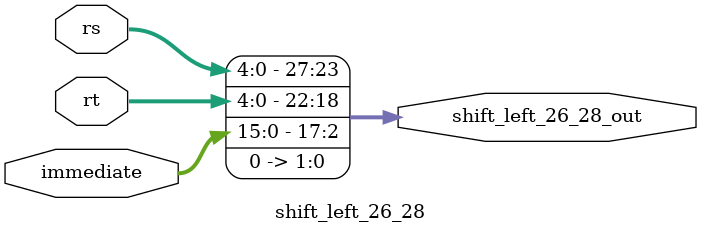
<source format=v>
module shift_left_26_28(
    input wire [4:0] rs,
    input wire [4:0] rt,
    input wire [15:0] immediate,
    output wire [27:0] shift_left_26_28_out
);

    assign shift_left_26_28_out = {rs, rt, immediate, 2'b00};

endmodule
</source>
